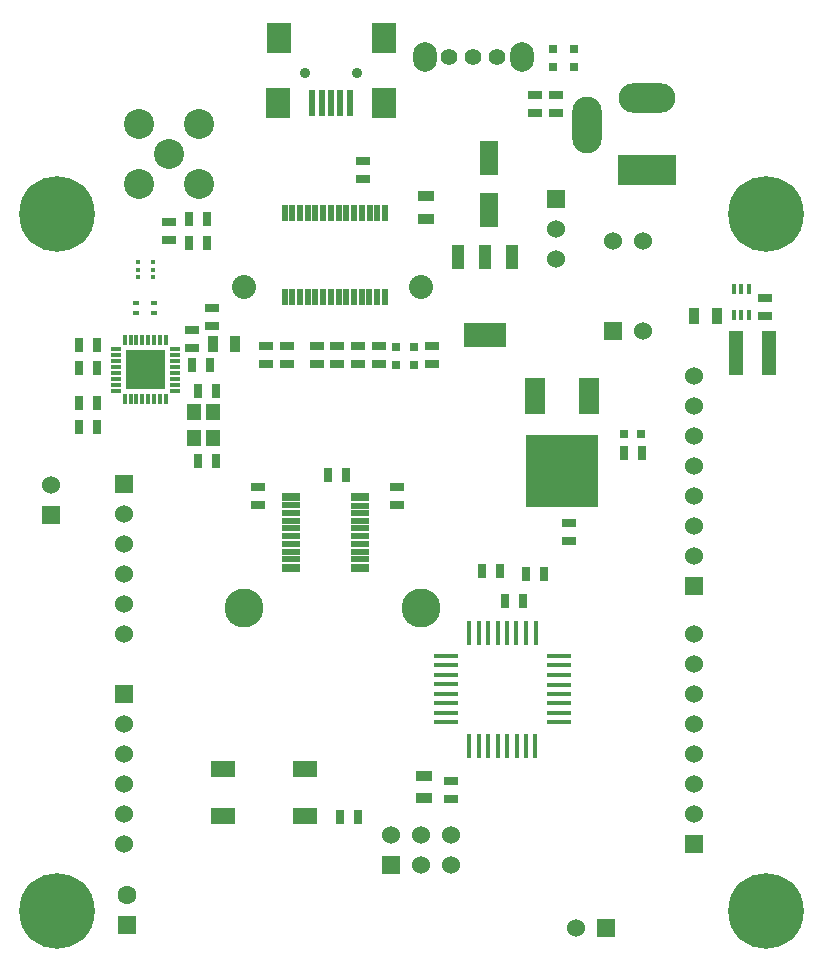
<source format=gts>
G04 (created by PCBNEW (2013-07-07 BZR 4022)-stable) date Sun 29 Sep 2013 11:58:18 AM NZDT*
%MOIN*%
G04 Gerber Fmt 3.4, Leading zero omitted, Abs format*
%FSLAX34Y34*%
G01*
G70*
G90*
G04 APERTURE LIST*
%ADD10C,0.00590551*%
%ADD11R,0.0236X0.0157*%
%ADD12C,0.0354*%
%ADD13R,0.0787X0.0984*%
%ADD14R,0.0197X0.0906*%
%ADD15C,0.252*%
%ADD16R,0.0177X0.0787*%
%ADD17R,0.0787X0.0177*%
%ADD18R,0.06X0.06*%
%ADD19C,0.06*%
%ADD20R,0.144X0.08*%
%ADD21R,0.04X0.08*%
%ADD22R,0.035X0.055*%
%ADD23R,0.055X0.035*%
%ADD24R,0.045X0.025*%
%ADD25R,0.025X0.045*%
%ADD26R,0.0314X0.0314*%
%ADD27R,0.063X0.1181*%
%ADD28R,0.0787402X0.0551181*%
%ADD29R,0.065X0.12*%
%ADD30R,0.24X0.24*%
%ADD31C,0.1*%
%ADD32R,0.0629921X0.0629921*%
%ADD33C,0.0629921*%
%ADD34O,0.189X0.0984252*%
%ADD35R,0.19685X0.0984252*%
%ADD36O,0.0984252X0.189*%
%ADD37C,0.0551181*%
%ADD38O,0.0787402X0.0984252*%
%ADD39R,0.015748X0.011811*%
%ADD40R,0.0137795X0.0334646*%
%ADD41R,0.023874X0.057874*%
%ADD42R,0.0610236X0.023622*%
%ADD43R,0.0610236X0.0314961*%
%ADD44C,0.08*%
%ADD45C,0.13*%
%ADD46R,0.037874X0.017874*%
%ADD47R,0.017874X0.037874*%
%ADD48R,0.0708661X0.0708661*%
%ADD49R,0.0472441X0.145669*%
%ADD50R,0.0472441X0.0551181*%
G04 APERTURE END LIST*
G54D10*
G54D11*
X24606Y-29802D03*
X24606Y-29448D03*
G54D12*
X29634Y-21800D03*
X31366Y-21800D03*
G54D13*
X28768Y-20619D03*
X32252Y-20619D03*
X28748Y-22784D03*
X32252Y-22784D03*
G54D14*
X30500Y-22784D03*
X30815Y-22784D03*
X31130Y-22784D03*
X30185Y-22784D03*
X29870Y-22784D03*
G54D15*
X21380Y-26500D03*
X21380Y-49730D03*
X45000Y-26500D03*
X45000Y-49730D03*
G54D16*
X37313Y-44218D03*
X36998Y-44218D03*
X36683Y-44218D03*
X36368Y-44218D03*
X36053Y-44218D03*
X35738Y-44218D03*
X35423Y-44218D03*
X35108Y-44218D03*
X35110Y-40452D03*
X37320Y-40452D03*
X37000Y-40452D03*
X36680Y-40452D03*
X36370Y-40452D03*
X36050Y-40452D03*
X35740Y-40452D03*
X35420Y-40452D03*
G54D17*
X34320Y-43434D03*
X34320Y-43120D03*
X34320Y-42804D03*
X34320Y-42490D03*
X34320Y-42174D03*
X34320Y-41860D03*
X34320Y-41544D03*
X34320Y-41230D03*
X38100Y-43432D03*
X38100Y-43122D03*
X38100Y-42802D03*
X38100Y-42492D03*
X38100Y-42182D03*
X38100Y-41862D03*
X38100Y-41542D03*
X38100Y-41222D03*
G54D18*
X39900Y-30400D03*
G54D19*
X40900Y-30400D03*
X40900Y-27400D03*
X39900Y-27400D03*
G54D20*
X35629Y-30532D03*
G54D21*
X35629Y-27932D03*
X34729Y-27932D03*
X36529Y-27932D03*
G54D22*
X27304Y-30826D03*
X26554Y-30826D03*
G54D23*
X33600Y-45225D03*
X33600Y-45975D03*
X33661Y-26654D03*
X33661Y-25904D03*
G54D24*
X34500Y-45400D03*
X34500Y-46000D03*
G54D25*
X22101Y-31614D03*
X22701Y-31614D03*
X25881Y-31535D03*
X26481Y-31535D03*
G54D24*
X25866Y-30969D03*
X25866Y-30369D03*
G54D25*
X26077Y-34724D03*
X26677Y-34724D03*
X26060Y-32380D03*
X26660Y-32380D03*
X25782Y-27460D03*
X26382Y-27460D03*
X22101Y-32795D03*
X22701Y-32795D03*
G54D24*
X29035Y-30900D03*
X29035Y-31500D03*
X31574Y-25339D03*
X31574Y-24739D03*
X30019Y-30900D03*
X30019Y-31500D03*
X28070Y-36205D03*
X28070Y-35605D03*
G54D25*
X31008Y-35196D03*
X30408Y-35196D03*
X36914Y-39409D03*
X36314Y-39409D03*
G54D24*
X31397Y-31500D03*
X31397Y-30900D03*
X25098Y-27366D03*
X25098Y-26766D03*
G54D25*
X22101Y-30866D03*
X22701Y-30866D03*
X22101Y-33582D03*
X22701Y-33582D03*
G54D24*
X32086Y-31500D03*
X32086Y-30900D03*
X33858Y-31500D03*
X33858Y-30900D03*
G54D25*
X30800Y-46600D03*
X31400Y-46600D03*
G54D24*
X32716Y-36205D03*
X32716Y-35605D03*
X37303Y-23134D03*
X37303Y-22534D03*
X37992Y-23134D03*
X37992Y-22534D03*
X38425Y-37386D03*
X38425Y-36786D03*
G54D25*
X35526Y-38385D03*
X36126Y-38385D03*
G54D24*
X30708Y-31500D03*
X30708Y-30900D03*
X28346Y-31500D03*
X28346Y-30900D03*
G54D25*
X40251Y-34448D03*
X40851Y-34448D03*
X36983Y-38503D03*
X37583Y-38503D03*
G54D11*
X24015Y-29802D03*
X24015Y-29448D03*
G54D18*
X42600Y-47500D03*
G54D19*
X42600Y-46500D03*
X42600Y-45500D03*
X42600Y-44500D03*
X42600Y-43500D03*
X42600Y-42500D03*
X42600Y-41500D03*
X42600Y-40500D03*
G54D18*
X42600Y-38900D03*
G54D19*
X42600Y-37900D03*
X42600Y-36900D03*
X42600Y-35900D03*
X42600Y-34900D03*
X42600Y-33900D03*
X42600Y-32900D03*
X42600Y-31900D03*
G54D18*
X32500Y-48200D03*
G54D19*
X32500Y-47200D03*
X33500Y-48200D03*
X33500Y-47200D03*
X34500Y-48200D03*
X34500Y-47200D03*
G54D18*
X38000Y-26000D03*
G54D19*
X38000Y-27000D03*
X38000Y-28000D03*
G54D18*
X21161Y-36523D03*
G54D19*
X21161Y-35523D03*
G54D18*
X39673Y-50295D03*
G54D19*
X38673Y-50295D03*
G54D18*
X23600Y-42500D03*
G54D19*
X23600Y-43500D03*
X23600Y-44500D03*
X23600Y-45500D03*
X23600Y-46500D03*
X23600Y-47500D03*
G54D18*
X23600Y-35500D03*
G54D19*
X23600Y-36500D03*
X23600Y-37500D03*
X23600Y-38500D03*
X23600Y-39500D03*
X23600Y-40500D03*
G54D26*
X37900Y-21595D03*
X37900Y-21005D03*
X40846Y-33818D03*
X40256Y-33818D03*
X32677Y-30925D03*
X32677Y-31515D03*
X38600Y-21595D03*
X38600Y-21005D03*
X33267Y-30925D03*
X33267Y-31515D03*
G54D27*
X35750Y-24634D03*
X35750Y-26366D03*
G54D28*
X29645Y-46574D03*
X29645Y-45000D03*
X26889Y-45000D03*
X26889Y-46574D03*
G54D25*
X25782Y-26673D03*
X26382Y-26673D03*
G54D29*
X39088Y-32578D03*
G54D30*
X38188Y-35078D03*
G54D29*
X37288Y-32578D03*
G54D31*
X25100Y-24500D03*
X26100Y-23500D03*
X24100Y-23500D03*
X24100Y-25500D03*
X26100Y-25500D03*
G54D32*
X23700Y-50192D03*
G54D33*
X23700Y-49207D03*
G54D34*
X41043Y-22637D03*
G54D35*
X41043Y-25037D03*
G54D36*
X39043Y-23537D03*
G54D37*
X35236Y-21259D03*
X36023Y-21259D03*
X34448Y-21259D03*
G54D38*
X33622Y-21259D03*
X36850Y-21259D03*
G54D39*
X24557Y-28602D03*
X24557Y-28346D03*
X24557Y-28090D03*
X24064Y-28602D03*
X24064Y-28346D03*
X24064Y-28090D03*
G54D40*
X44428Y-28982D03*
X44173Y-28982D03*
X43917Y-28982D03*
X43917Y-29849D03*
X44173Y-29849D03*
X44428Y-29849D03*
G54D22*
X43366Y-29908D03*
X42616Y-29908D03*
G54D24*
X44960Y-29293D03*
X44960Y-29893D03*
G54D41*
X28960Y-29254D03*
X29210Y-29254D03*
X29470Y-29254D03*
X29730Y-29254D03*
X29980Y-29254D03*
X30240Y-29254D03*
X30500Y-29254D03*
X30750Y-29254D03*
X31010Y-29254D03*
X31260Y-29254D03*
X31520Y-29254D03*
X31780Y-29254D03*
X32030Y-29254D03*
X32290Y-29254D03*
X32290Y-26454D03*
X32030Y-26454D03*
X31790Y-26454D03*
X31520Y-26454D03*
X31260Y-26454D03*
X31010Y-26454D03*
X30750Y-26454D03*
X30500Y-26454D03*
X30240Y-26454D03*
X29980Y-26454D03*
X29730Y-26454D03*
X29470Y-26454D03*
X29210Y-26454D03*
X28960Y-26454D03*
G54D42*
X29161Y-36978D03*
X29161Y-37234D03*
X29161Y-37490D03*
X29161Y-37746D03*
X31468Y-36214D03*
X29161Y-36210D03*
X29161Y-36466D03*
X29161Y-36722D03*
X31468Y-38001D03*
X31468Y-37746D03*
X31468Y-37490D03*
X31468Y-37234D03*
X31468Y-36978D03*
X31468Y-36722D03*
X29161Y-38001D03*
X31468Y-36466D03*
G54D43*
X29161Y-35915D03*
X29161Y-38297D03*
X31468Y-38297D03*
X31468Y-35915D03*
G54D44*
X33505Y-28918D03*
X27605Y-28918D03*
G54D45*
X33505Y-39618D03*
X27605Y-39618D03*
G54D46*
X25295Y-31200D03*
X25295Y-31397D03*
X25295Y-31594D03*
X25295Y-31003D03*
G54D47*
X25000Y-30708D03*
X24803Y-30708D03*
X24606Y-30708D03*
X24409Y-30708D03*
X24213Y-30708D03*
X24016Y-30708D03*
X23819Y-30708D03*
X23622Y-30708D03*
G54D46*
X23327Y-32381D03*
X23327Y-31003D03*
X23327Y-31200D03*
X23327Y-31397D03*
X23327Y-31594D03*
X23327Y-31790D03*
X23327Y-31987D03*
X23327Y-32184D03*
G54D47*
X23622Y-32676D03*
X23819Y-32676D03*
X24016Y-32676D03*
X24213Y-32676D03*
X24409Y-32676D03*
X24606Y-32676D03*
X24803Y-32676D03*
X25000Y-32676D03*
G54D46*
X25295Y-32381D03*
X25295Y-32184D03*
X25295Y-31987D03*
X25295Y-31790D03*
G54D48*
X24625Y-31377D03*
X24625Y-32007D03*
X23996Y-31377D03*
X23996Y-32007D03*
G54D24*
X26535Y-30221D03*
X26535Y-29621D03*
G54D49*
X45098Y-31112D03*
X43996Y-31112D03*
G54D50*
X25925Y-33096D03*
X25925Y-33963D03*
X26554Y-33096D03*
X26554Y-33963D03*
M02*

</source>
